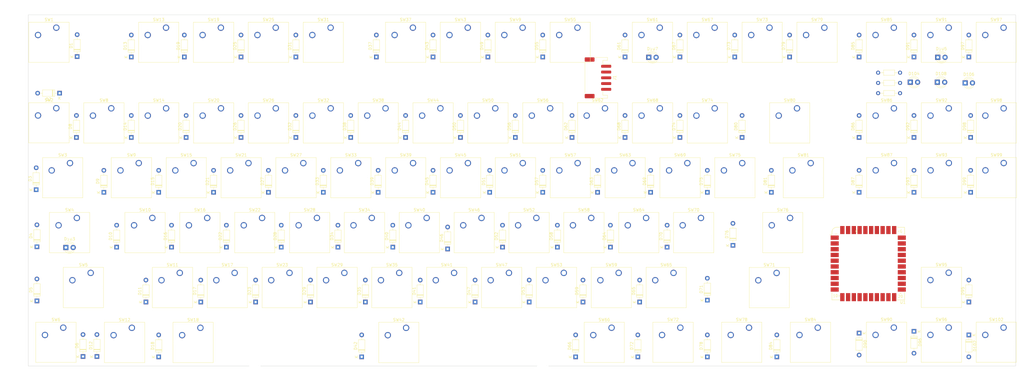
<source format=kicad_pcb>
(kicad_pcb (version 20211014) (generator pcbnew)
  (layers (0 "F.Cu" signal) (31 "B.Cu" signal) (34 "B.Paste" user) (35 "F.Paste" user) (36 "B.SilkS" user "B.Silkscreen") (37 "F.SilkS" user "F.Silkscreen") (38 "B.Mask" user) (39 "F.Mask" user) (44 "Edge.Cuts" user))
  (net 0 "")
  (net 1 "ColA")
  (net 2 "Net-(D1-Pad2)")
  (net 3 "Net-(D2-Pad2)")
  (net 4 "Net-(D3-Pad2)")
  (net 5 "Net-(D4-Pad2)")
  (net 6 "Net-(D5-Pad2)")
  (net 7 "Net-(D6-Pad2)")
  (net 8 "ColB")
  (net 9 "Net-(D8-Pad2)")
  (net 10 "Net-(D9-Pad2)")
  (net 11 "Net-(D10-Pad2)")
  (net 12 "Net-(D11-Pad2)")
  (net 13 "Net-(D12-Pad2)")
  (net 14 "ColC")
  (net 15 "Net-(D13-Pad2)")
  (net 16 "Net-(D14-Pad2)")
  (net 17 "Net-(D15-Pad2)")
  (net 18 "Net-(D16-Pad2)")
  (net 19 "Net-(D17-Pad2)")
  (net 20 "Net-(D18-Pad2)")
  (net 21 "ColD")
  (net 22 "Net-(D19-Pad2)")
  (net 23 "Net-(D20-Pad2)")
  (net 24 "Net-(D21-Pad2)")
  (net 25 "Net-(D22-Pad2)")
  (net 26 "Net-(D23-Pad2)")
  (net 27 "ColE")
  (net 28 "Net-(D25-Pad2)")
  (net 29 "Net-(D26-Pad2)")
  (net 30 "Net-(D27-Pad2)")
  (net 31 "Net-(D28-Pad2)")
  (net 32 "Net-(D29-Pad2)")
  (net 33 "GND")
  (net 34 "Net-(D31-Pad2)")
  (net 35 "Net-(D33-Pad2)")
  (net 36 "Net-(D35-Pad2)")
  (net 37 "ColF")
  (net 38 "Net-(D37-Pad2)")
  (net 39 "Net-(D38-Pad2)")
  (net 40 "Net-(D39-Pad2)")
  (net 41 "Net-(D40-Pad2)")
  (net 42 "Net-(D41-Pad2)")
  (net 43 "Net-(D42-Pad2)")
  (net 44 "ColG")
  (net 45 "Net-(D43-Pad2)")
  (net 46 "Net-(D44-Pad2)")
  (net 47 "Net-(D45-Pad2)")
  (net 48 "Net-(D46-Pad2)")
  (net 49 "Net-(D47-Pad2)")
  (net 50 "ColH")
  (net 51 "Net-(D49-Pad2)")
  (net 52 "Net-(D50-Pad2)")
  (net 53 "Net-(D51-Pad2)")
  (net 54 "Net-(D52-Pad2)")
  (net 55 "Net-(D53-Pad2)")
  (net 56 "ColI")
  (net 57 "Net-(D55-Pad2)")
  (net 58 "Net-(D56-Pad2)")
  (net 59 "Net-(D57-Pad2)")
  (net 60 "Net-(D58-Pad2)")
  (net 61 "Net-(D59-Pad2)")
  (net 62 "ColJ")
  (net 63 "Net-(D61-Pad2)")
  (net 64 "Net-(D62-Pad2)")
  (net 65 "Net-(D63-Pad2)")
  (net 66 "Net-(D64-Pad2)")
  (net 67 "Net-(D65-Pad2)")
  (net 68 "Net-(D66-Pad2)")
  (net 69 "ColK")
  (net 70 "Net-(D67-Pad2)")
  (net 71 "Net-(D68-Pad2)")
  (net 72 "Net-(D69-Pad2)")
  (net 73 "Net-(D70-Pad2)")
  (net 74 "Net-(D71-Pad2)")
  (net 75 "Net-(D72-Pad2)")
  (net 76 "ColL")
  (net 77 "Net-(D73-Pad2)")
  (net 78 "Net-(D74-Pad2)")
  (net 79 "Net-(D75-Pad2)")
  (net 80 "Net-(D76-Pad2)")
  (net 81 "Net-(D78-Pad2)")
  (net 82 "ColM")
  (net 83 "Net-(D79-Pad2)")
  (net 84 "Net-(D80-Pad2)")
  (net 85 "Net-(D81-Pad2)")
  (net 86 "Net-(D84-Pad2)")
  (net 87 "ColN")
  (net 88 "Net-(D85-Pad2)")
  (net 89 "Net-(D86-Pad2)")
  (net 90 "Net-(D87-Pad2)")
  (net 91 "Net-(D102-Pad2)")
  (net 92 "Net-(D90-Pad2)")
  (net 93 "ColO")
  (net 94 "Net-(D91-Pad2)")
  (net 95 "Net-(D92-Pad2)")
  (net 96 "Net-(D93-Pad2)")
  (net 97 "Net-(D95-Pad2)")
  (net 98 "Net-(D96-Pad2)")
  (net 99 "ColP")
  (net 100 "Net-(D97-Pad2)")
  (net 101 "Net-(D98-Pad2)")
  (net 102 "Net-(D99-Pad2)")
  (net 103 "ColQ")
  (net 104 "Net-(D103-Pad2)")
  (net 105 "Net-(D105-Pad2)")
  (net 106 "Net-(D107-Pad2)")
  (net 107 "Net-(J1-Pad1)")
  (net 108 "Net-(J1-Pad2)")
  (net 109 "Net-(J1-Pad3)")
  (net 111 "Net-(R1-Pad1)")
  (net 112 "Net-(R2-Pad1)")
  (net 113 "Net-(R3-Pad1)")
  (net 114 "Row0")
  (net 115 "Row5")
  (net 116 "Row1")
  (net 117 "Row4")
  (net 118 "Row2")
  (net 119 "Row3")
  (net 130 "Net-(D32-Pad2)")
  (net 131 "Net-(D34-Pad2)")
  (footprint "Button_Switch_Keyboard:SW_Cherry_MX_1.25u_PCB" (layer "F.Cu") (at 266.8524 184.8104)
    (fp_text reference "SW72")
    (fp_text value "Key")
  )
  (footprint "Diode_THT:D_DO-35_SOD27_P7.62mm_Horizontal" (layer "F.Cu") (at 76.2 90.805 90)
    (fp_text reference "D13")
    (fp_text value "1N4148")
  )
  (footprint "Diode_THT:D_DO-35_SOD27_P7.62mm_Horizontal" (layer "F.Cu") (at 367.665 137.795 90)
    (fp_text reference "D99")
    (fp_text value "1N4148")
  )
  (footprint "RP2040_Stamp:RP2040_Stamp_SMD" (layer "F.Cu") (at 332.105 162.56)
    (fp_text reference "U1")
    (fp_text value "RP2040_Stamp")
  )
  (footprint "Button_Switch_Keyboard:SW_Cherry_MX_1.00u_PCB" (layer "F.Cu") (at 360.045 80.645)
    (fp_text reference "SW91")
    (fp_text value "Key")
  )
  (footprint "Button_Switch_Keyboard:SW_Cherry_MX_1.25u_PCB" (layer "F.Cu") (at 100.203 184.8612)
    (fp_text reference "SW18")
    (fp_text value "Key")
  )
  (footprint "Diode_THT:D_DO-35_SOD27_P7.62mm_Horizontal" (layer "F.Cu") (at 367.03 187.325 -90)
    (fp_text reference "D102")
    (fp_text value "1N4148")
  )
  (footprint "Button_Switch_Keyboard:SW_Cherry_MX_1.75u_PCB" (layer "F.Cu") (at 57.3024 146.7104)
    (fp_text reference "SW4")
    (fp_text value "Key")
  )
  (footprint "Diode_THT:D_DO-35_SOD27_P7.62mm_Horizontal" (layer "F.Cu") (at 57.15 118.745 90)
    (fp_text reference "D8")
    (fp_text value "1N4148")
  )
  (footprint "Button_Switch_Keyboard:SW_Cherry_MX_1.00u_PCB" (layer "F.Cu") (at 259.7404 108.6358)
    (fp_text reference "SW68")
    (fp_text value "Key")
  )
  (footprint "Button_Switch_Keyboard:SW_Cherry_MX_1.00u_PCB" (layer "F.Cu") (at 178.7652 146.7104)
    (fp_text reference "SW40")
    (fp_text value "Key")
  )
  (footprint "Button_Switch_Keyboard:SW_Cherry_MX_1.00u_PCB" (layer "F.Cu") (at 245.4402 165.7858)
    (fp_text reference "SW59")
    (fp_text value "Key")
  )
  (footprint "Button_Switch_Keyboard:SW_Cherry_MX_1.00u_PCB" (layer "F.Cu") (at 112.0902 165.7858)
    (fp_text reference "SW17")
    (fp_text value "Key")
  )
  (footprint "Diode_THT:D_DO-35_SOD27_P7.62mm_Horizontal" (layer "F.Cu") (at 147.955 156.845 90)
    (fp_text reference "D34")
    (fp_text value "1N4148")
  )
  (footprint "Diode_THT:D_DO-35_SOD27_P7.62mm_Horizontal" (layer "F.Cu") (at 43.434 175.514 90)
    (fp_text reference "D5")
    (fp_text value "1N4148")
  )
  (footprint "Diode_THT:D_DO-35_SOD27_P7.62mm_Horizontal" (layer "F.Cu") (at 138.43 175.895 90)
    (fp_text reference "D29")
    (fp_text value "1N4148")
  )
  (footprint "Diode_THT:D_DO-35_SOD27_P7.62mm_Horizontal" (layer "F.Cu") (at 156.21 194.945 90)
    (fp_text reference "D42")
    (fp_text value "1N4148")
  )
  (footprint "Button_Switch_Keyboard:SW_Cherry_MX_1.00u_PCB" (layer "F.Cu") (at 379.1458 127.635)
    (fp_text reference "SW99")
    (fp_text value "Key")
  )
  (footprint "Button_Switch_Keyboard:SW_Cherry_MX_2.25u_PCB" (layer "F.Cu") (at 62.103 165.7858)
    (fp_text reference "SW5")
    (fp_text value "Key")
  )
  (footprint "Connector_JST:JST_PH_S5B-PH-SM4-TB_1x05-1MP_P2.00mm_Horizontal" (layer "F.Cu") (at 238.252 98.044 -90)
    (fp_text reference "J1")
    (fp_text value "USB Header")
  )
  (footprint "Button_Switch_Keyboard:SW_Cherry_MX_1.00u_PCB" (layer "F.Cu") (at 169.2402 165.7858)
    (fp_text reference "SW35")
    (fp_text value "Key")
  )
  (footprint "Button_Switch_Keyboard:SW_Cherry_MX_1.00u_PCB" (layer "F.Cu") (at 235.9152 146.7104)
    (fp_text reference "SW58")
    (fp_text value "Key")
  )
  (footprint "Button_Switch_Keyboard:SW_Cherry_MX_1.00u_PCB" (layer "F.Cu") (at 126.365 80.645)
    (fp_text reference "SW25")
    (fp_text value "Key")
  )
  (footprint "Diode_THT:D_DO-35_SOD27_P7.62mm_Horizontal" (layer "F.Cu") (at 200.025 90.805 90)
    (fp_text reference "D49")
    (fp_text value "1N4148")
  )
  (footprint "Diode_THT:D_DO-35_SOD27_P7.62mm_Horizontal" (layer "F.Cu") (at 266.7 90.805 90)
    (fp_text reference "D67")
    (fp_text value "1N4148")
  )
  (footprint "Diode_THT:D_DO-35_SOD27_P7.62mm_Horizontal" (layer "F.Cu") (at 85.725 137.795 90)
    (fp_text reference "D15")
    (fp_text value "1N4148")
  )
  (footprint "Button_Switch_Keyboard:SW_Cherry_MX_1.00u_PCB" (layer "F.Cu") (at 197.8152 146.7104)
    (fp_text reference "SW46")
    (fp_text value "Key")
  )
  (footprint "LED_THT:LED_D3.0mm" (layer "F.Cu") (at 346.705 99.568)
    (fp_text reference "D104")
    (fp_text value "CapsTopLED")
  )
  (footprint "Button_Switch_Keyboard:SW_Cherry_MX_1.00u_PCB" (layer "F.Cu") (at 50.165 108.585)
    (fp_text reference "SW2")
    (fp_text value "Key")
  )
  (footprint "Button_Switch_Keyboard:SW_Cherry_MX_1.00u_PCB" (layer "F.Cu") (at 107.315 80.645)
    (fp_text reference "SW19")
    (fp_text value "Key")
  )
  (footprint "Diode_THT:D_DO-35_SOD27_P7.62mm_Horizontal" (layer "F.Cu") (at 123.825 137.795 90)
    (fp_text reference "D27")
    (fp_text value "1N4148")
  )
  (footprint "Button_Switch_Keyboard:SW_Cherry_MX_1.00u_PCB" (layer "F.Cu") (at 93.0402 165.7858)
    (fp_text reference "SW11")
    (fp_text value "Key")
  )
  (footprint "Diode_THT:D_DO-35_SOD27_P7.62mm_Horizontal" (layer "F.Cu") (at 171.45 118.745 90)
    (fp_text reference "D44")
    (fp_text value "1N4148")
  )
  (footprint "Diode_THT:D_DO-35_SOD27_P7.62mm_Horizontal" (layer "F.Cu") (at 128.27 156.845 90)
    (fp_text reference "D28")
    (fp_text value "1N4148")
  )
  (footprint "Button_Switch_Keyboard:SW_Cherry_MX_1.00u_PCB" (layer "F.Cu") (at 288.3408 127.6604)
    (fp_text reference "SW75")
    (fp_text value "Key")
  )
  (footprint "Button_Switch_Keyboard:SW_Cherry_MX_2.00u_PCB" (layer "F.Cu") (at 307.3654 108.6358)
    (fp_text reference "SW80")
    (fp_text value "Key")
  )
  (footprint "Diode_THT:D_DO-35_SOD27_P7.62mm_Horizontal" (layer "F.Cu") (at 176.53 175.895 90)
    (fp_text reference "D41")
    (fp_text value "1N4148")
  )
  (footprint "Diode_THT:D_DO-35_SOD27_P7.62mm_Horizontal" (layer "F.Cu") (at 229.235 118.745 90)
    (fp_text reference "D62")
    (fp_text value "1N4148")
  )
  (footprint "Resistor_THT:R_Axial_DIN0204_L3.6mm_D1.6mm_P7.62mm_Horizontal" (layer "F.Cu") (at 335.534 96.266)
    (fp_text reference "R1" hide)
    (fp_text value "560")
  )
  (footprint "Diode_THT:D_DO-35_SOD27_P7.62mm_Horizontal" (layer "F.Cu") (at 242.57 156.845 90)
    (fp_text reference "D64")
    (fp_text value "1N4148")
  )
  (footprint "Diode_THT:D_DO-35_SOD27_P7.62mm_Horizontal" (layer "F.Cu") (at 252.73 175.895 90)
    (fp_text reference "D65")
    (fp_text value "1N4148")
  )
  (footprint "Diode_THT:D_DO-35_SOD27_P7.62mm_Horizontal" (layer "F.Cu") (at 190.5 118.745 90)
    (fp_text reference "D50")
    (fp_text value "1N4148")
  )
  (footprint "Diode_THT:D_DO-35_SOD27_P7.62mm_Horizontal" (layer "F.Cu") (at 247.65 90.805 90)
    (fp_text reference "D61")
    (fp_text value "1N4148")
  )
  (footprint "Button_Switch_Keyboard:SW_Cherry_MX_1.00u_PCB" (layer "F.Cu") (at 145.4404 108.6358)
    (fp_text reference "SW32")
    (fp_text value "Key")
  )
  (footprint "Diode_THT:D_DO-35_SOD27_P7.62mm_Horizontal" (layer "F.Cu") (at 328.93 186.69 -90)
    (fp_text reference "D90")
    (fp_text value "1N4148")
  )
  (footprint "Button_Switch_Keyboard:SW_Cherry_MX_1.00u_PCB" (layer "F.Cu") (at 135.9408 127.6604)
    (fp_text reference "SW27")
    (fp_text value "Key")
  )
  (footprint "Diode_THT:D_DO-35_SOD27_P7.62mm_Horizontal" (layer "F.Cu") (at 288.29 118.745 90)
    (fp_text reference "D80")
    (fp_text value "1N4148")
  )
  (footprint "Diode_THT:D_DO-35_SOD27_P7.62mm_Horizontal" (layer "F.Cu") (at 298.45 137.795 90)
    (fp_text reference "D81")
    (fp_text value "1N4148")
  )
  (footprint "Diode_THT:D_DO-35_SOD27_P7.62mm_Horizontal" (layer "F.Cu") (at 109.22 156.845 90)
    (fp_text reference "D22")
    (fp_text value "1N4148")
  )
  (footprint "Diode_THT:D_DO-35_SOD27_P7.62mm_Horizontal" (layer "F.Cu") (at 247.65 118.745 90)
    (fp_text reference "D68")
    (fp_text value "1N4148")
  )
  (footprint "Diode_THT:D_DO-35_SOD27_P7.62mm_Horizontal" (layer "F.Cu") (at 133.35 90.805 90)
    (fp_text reference "D31")
    (fp_text value "1N4148")
  )
  (footprint "Button_Switch_Keyboard:SW_Cherry_MX_1.00u_PCB" (layer "F.Cu") (at 240.6904 108.6358)
    (fp_text reference "SW62")
    (fp_text value "Key")
  )
  (footprint "Diode_THT:D_DO-35_SOD27_P7.62mm_Horizontal" (layer "F.Cu") (at 205.105 156.845 90)
    (fp_text reference "D52")
    (fp_text value "1N4148")
  )
  (footprint "Button_Switch_Keyboard:SW_Cherry_MX_2.25u_PCB" (layer "F.Cu") (at 304.9524 146.7104)
    (fp_text reference "SW76")
    (fp_text value "Key")
  )
  (footprint "Diode_THT:D_DO-35_SOD27_P7.62mm_Horizontal" (layer "F.Cu") (at 66.675 137.795 90)
    (fp_text reference "D9")
    (fp_text value "1N4148")
  )
  (footprint "Button_Switch_Keyboard:SW_Cherry_MX_1.00u_PCB" (layer "F.Cu") (at 274.0152 146.7104)
    (fp_text reference "SW70")
    (fp_text value "Key")
  )
  (footprint "Button_Switch_Keyboard:SW_Cherry_MX_1.00u_PCB" (layer "F.Cu") (at 259.715 80.645)
    (fp_text reference "SW61")
    (fp_text value "Key")
  )
  (footprint "Diode_THT:D_DO-35_SOD27_P7.62mm_Horizontal" (layer "F.Cu") (at 161.925 137.795 90)
    (fp_text reference "D39")
    (fp_text value "1N4148")
  )
  (footprint "Diode_THT:D_DO-35_SOD27_P7.62mm_Horizontal" (layer "F.Cu") (at 133.35 118.745 90)
    (fp_text reference "D32")
    (fp_text value "1N4148")
  )
  (footprint "Button_Switch_Keyboard:SW_Cherry_MX_1.00u_PCB" (layer "F.Cu") (at 360.045 184.785)
    (fp_text reference "SW96")
    (fp_text value "Key")
  )
  (footprint "Button_Switch_Keyboard:SW_Cherry_MX_1.00u_PCB" (layer "F.Cu") (at 340.995 184.785)
    (fp_text reference "SW90")
    (fp_text value "Key")
  )
  (footprint "Diode_THT:D_DO-35_SOD27_P7.62mm_Horizontal" (layer "F.Cu") (at 167.005 156.845 90)
    (fp_text reference "D40")
    (fp_text value "1N4148")
  )
  (footprint "Button_Switch_Keyboard:SW_Cherry_MX_1.25u_PCB" (layer "F.Cu") (at 52.578 184.8104)
    (fp_text reference "SW6")
    (fp_text value "Key")
  )
  (footprint "Button_Switch_Keyboard:SW_Cherry_MX_1.00u_PCB" (layer "F.Cu") (at 50.165 80.645)
    (fp_text reference "SW1")
    (fp_text value "Key")
  )
  (footprint "Diode_THT:D_DO-35_SOD27_P7.62mm_Horizontal" (layer "F.Cu") (at 85.725 194.945 90)
    (fp_text reference "D18")
    (fp_text value "1N4148")
  )
  (footprint "Diode_THT:D_DO-35_SOD27_P7.62mm_Horizontal" (layer "F.Cu") (at 233.045 175.895 90)
    (fp_text reference "D59")
    (fp_text value "1N4148")
  )
  (footprint "Diode_THT:D_DO-35_SOD27_P7.62mm_Horizontal" (layer "F.Cu") (at 252.095 194.945 90)
    (fp_text reference "D72")
    (fp_text value "1N4148")
  )
  (footprint "Button_Switch_Keyboard:SW_Cherry_MX_1.00u_PCB" (layer "F.Cu") (at 250.2408 127.6604)
    (fp_text reference "SW63")
    (fp_text value "Key")
  )
  (footprint "Button_Switch_Keyboard:SW_Cherry_MX_1.00u_PCB" (layer "F.Cu") (at 216.8652 146.7104)
    (fp_text reference "SW52")
    (fp_text value "Key")
  )
  (footprint "Diode_THT:D_DO-35_SOD27_P7.62mm_Horizontal" (layer "F.Cu") (at 367.03 90.805 90)
    (fp_text reference "D97")
    (fp_text value "1N4148")
  )
  (footprint "Diode_THT:D_DO-35_SOD27_P7.62mm_Horizontal" (layer "F.Cu") (at 180.975 137.795 90)
    (fp_text reference "D45")
    (fp_text value "1N4148")
  )
  (footprint "Resistor_THT:R_Axial_DIN0204_L3.6mm_D1.6mm_P7.62mm_Horizontal" (layer "F.Cu") (at 335.534 103.378)
    (fp_text reference "R3" hide)
    (fp_text value "560")
  )
  (footprint "Button_Switch_Keyboard:SW_Cherry_MX_1.00u_PCB" (layer "F.Cu") (at 360.045 165.735)
    (fp_text reference "SW95")
    (fp_text value "Key")
  )
  (footprint "Button_Switch_Keyboard:SW_Cherry_MX_1.00u_PCB" (layer "F.Cu") (at 193.0908 127.6604)
    (fp_text reference "SW45")
    (fp_text value "Key")
  )
  (footprint "Diode_THT:D_DO-35_SOD27_P7.62mm_Horizontal" (layer "F.Cu") (at 51.308 103.378 180)
    (fp_text reference "D2")
    (fp_text value "1N4148")
  )
  (footprint "Diode_THT:D_DO-35_SOD27_P7.62mm_Horizontal" (layer "F.Cu") (at 347.98 118.745 90)
    (fp_text reference "D92")
    (fp_text value "1N4148")
  )
  (footprint "Diode_THT:D_DO-35_SOD27_P7.62mm_Horizontal" (layer "F.Cu") (at 95.25 118.745 90)
    (fp_text reference "D20")
    (fp_text value "1N4148")
  )
  (footprint "Button_Switch_Keyboard:SW_Cherry_MX_1.00u_PCB" (layer "F.Cu") (at 254.9652 146.7104)
    (fp_text reference "SW64")
    (fp_text value "Key")
  )
  (footprint "LED_THT:LED_D3.0mm" (layer "F.Cu") (at 53.4874 156.972)
    (fp_text reference "D103")
    (fp_text value "CapsKeyLED")
  )
  (footprint "Button_Switch_Keyboard:SW_Cherry_MX_1.00u_PCB" (layer "F.Cu") (at 188.2902 165.7858)
    (fp_text reference "SW41")
    (fp_text value "Key")
  )
  (footprint "Button_Switch_Keyboard:SW_Cherry_MX_1.00u_PCB" (layer "F.Cu") (at 269.2908 127.6604)
    (fp_text reference "SW69")
    (fp_text value "Key")
  )
  (footprint "Button_Switch_Keyboard:SW_Cherry_MX_1.00u_PCB" (layer "F.Cu") (at 226.3902 165.7858)
    (fp_text reference "SW53")
    (fp_text value "Key")
  )
  (footprint "Button_Switch_Keyboard:SW_Cherry_MX_1.25u_PCB" (layer "F.Cu") (at 290.703 184.8104)
    (fp_text reference "SW78")
    (fp_text value "Key")
  )
  (footprint "Diode_THT:D_DO-35_SOD27_P7.62mm_Horizontal" (layer "F.Cu") (at 256.54 137.795 90)
    (fp_text reference "D69")
    (fp_text value "1N4148")
  )
  (footprint "Diode_THT:D_DO-35_SOD27_P7.62mm_Horizontal" (layer "F.Cu") (at 195.58 175.895 90)
    (fp_text reference "D47")
    (fp_text value "1N4148")
  )
  (footprint "Button_Switch_Keyboard:SW_Cherry_MX_1.00u_PCB" (layer "F.Cu") (at 316.865 80.645)
    (fp_text reference "SW79")
    (fp_text value "Key")
  )
  (footprint "Button_Switch_Keyboard:SW_Cherry_MX_1.00u_PCB" (layer "F.Cu") (at 126.3904 108.6358)
    (fp_text reference "SW26")
    (fp_text value "Key")
  )
  (footprint "Button_Switch_Keyboard:SW_Cherry_MX_1.00u_PCB" (layer "F.Cu") (at 116.8908 127.6604)
    (fp_text reference "SW21")
    (fp_text value "Key")
  )
  (footprint "Button_Switch_Keyboard:SW_Cherry_MX_1.00u_PCB" (layer "F.Cu") (at 221.6404 108.6358)
    (fp_text reference "SW56")
    (fp_text value "Key")
  )
  (footprint "Diode_THT:D_DO-35_SOD27_P7.62mm_Horizontal" (layer "F.Cu") (at 224.155 156.845 90)
    (fp_text reference "D58")
    (fp_text value "1N4148")
  )
  (footprint "Diode_THT:D_DO-35_SOD27_P7.62mm_Horizontal" (layer "F.Cu") (at 119.38 175.895 90)
    (fp_text reference "D23")
    (fp_text value "1N4148")
  )
  (footprint "LED_THT:LED_D3.0mm" (layer "F.Cu") (at 365.755 99.822)
    (fp_text reference "D106")
    (fp_text value "ScrollTopLED")
  )
  (footprint "Diode_THT:D_DO-35_SOD27_P7.62mm_Horizontal" (layer "F.Cu") (at 142.875 137.795 90)
    (fp_text reference "D33")
    (fp_text value "1N4148")
  )
  (footprint "Diode_THT:D_DO-35_SOD27_P7.62mm_Horizontal" (layer "F.Cu") (at 347.98 186.055 -90)
    (fp_text reference "D96")
    (fp_text value "1N4148")
  )
  (footprint "Diode_THT:D_DO-35_SOD27_P7.62mm_Horizontal" (layer "F.Cu") (at 328.93 118.745 90)
    (fp_text reference "D86")
    (fp_text value "1N4148")
  )
  (footprint "Button_Switch_Keyboard:SW_Cherry_MX_1.25u_PCB" (layer "F.Cu") (at 242.9764 184.8358)
    (fp_text reference "SW66")
    (fp_text value "Key")
  )
  (footprint "Diode_THT:D_DO-35_SOD27_P7.62mm_Horizontal" (layer "F.Cu") (at 90.17 156.845 90)
    (fp_text reference "D16")
    (fp_text value "1N4148")
  )
  (footprint "Button_Switch_Keyboard:SW_Cherry_MX_1.00u_PCB" (layer "F.Cu") (at 340.995 80.645)
    (fp_text reference "SW85")
    (fp_text value "Key")
  )
  (footprint "Diode_THT:D_DO-35_SOD27_P7.62mm_Horizontal" (layer "F.Cu") (at 43.18 136.906 90)
    (fp_text reference "D3")
    (fp_text value "1N4148")
  )
  (footprint "Diode_THT:D_DO-35_SOD27_P7.62mm_Horizontal" (layer "F.Cu") (at 285.115 156.21 90)
    (fp_text reference "D76")
    (fp_text value "1N4148")
  )
  (footprint "Diode_THT:D_DO-35_SOD27_P7.62mm_Horizontal" (layer "F.Cu") (at 328.93 90.805 90)
    (fp_text reference "D85")
    (fp_text value "1N4148")
  )
  (footprint "Diode_THT:D_DO-35_SOD27_P7.62mm_Horizontal" (layer "F.Cu") (at 266.7 118.745 90)
    (fp_text reference "D74")
    (fp_text value "1N4148")
  )
  (footprint "Diode_THT:D_DO-35_SOD27_P7.62mm_Horizontal" (layer "F.Cu") (at 114.3 90.805 90)
    (fp_text reference "D25")
    (fp_text value "1N4148")
  )
  (footprint "Diode_THT:D_DO-35_SOD27_P7.62mm_Horizontal" (layer "F.Cu") (at 347.98 137.795 90)
    (fp_text reference "D93")
    (fp_text value "1N4148")
  )
  (footprint "Button_Switch_Keyboard:SW_Cherry_MX_1.00u_PCB" (layer "F.Cu") (at 297.815 80.645)
    (fp_text reference "SW73")
    (fp_text value "Key")
  )
  (footprint "Button_Switch_Keyboard:SW_Cherry_MX_1.00u_PCB" (layer "F.Cu") (at 107.3404 108.6358)
    (fp_text reference "SW20")
    (fp_text value "Key")
  )
  (footprint "Diode_THT:D_DO-35_SOD27_P7.62mm_Horizontal" (layer "F.Cu") (at 214.376 175.895 90)
    (fp_text reference "D53")
    (fp_text value "1N4148")
  )
  (footprint "Button_Switch_Keyboard:SW_Cherry_MX_1.00u_PCB" (layer "F.Cu") (at 193.04 80.645)
    (fp_text reference "SW43")
    (fp_text value "Key")
  )
  (footprint "Diode_THT:D_DO-35_SOD27_P7.62mm_Horizontal" (layer "F.Cu") (at 161.29 90.805 90)
    (fp_text reference "D37")
    (fp_text value "1N4148")
  )
  (footprint "Button_Switch_Keyboard:SW_Cherry_MX_1.00u_PCB" (layer "F.Cu") (at 150.1902 165.7858)
    (fp_text reference "SW29")
    (fp_text value "Key")
  )
  (footprint "Diode_THT:D_DO-35_SOD27_P7.62mm_Horizontal" (layer "F.Cu") (at 347.98 90.805 90)
    (fp_text reference "D91")
    (fp_text value "1N4148")
  )
  (footprint "Diode_THT:D_DO-35_SOD27_P7.62mm_Horizontal" (layer "F.Cu") (at 64.262 194.818 90)
    (fp_text reference "D12")
    (fp_text value "1N4148")
  )
  (footprint "Diode_THT:D_DO-35_SOD27_P7.62mm_Horizontal" (layer "F.Cu") (at 157.48 175.895 90)
    (fp_text reference "D35")
    (fp_text value "1N4148")
  )
  (footprint "Diode_THT:D_DO-35_SOD27_P7.62mm_Horizontal" (layer "F.Cu") (at 100.33 175.895 90)
    (fp_text reference "D17")
    (fp_text value "1N4148")
  )
  (footprint "Diode_THT:D_DO-35_SOD27_P7.62mm_Horizontal" (layer "F.Cu") (at 328.93 137.795 90)
    (fp_text reference "D87")
    (fp_text value "1N4148")
  )
  (footprint "Diode_THT:D_DO-35_SOD27_P7.62mm_Horizontal" (layer "F.Cu") (at 219.075 90.805 90)
    (fp_text reference "D55")
    (fp_text value "1N4148")
  )
  (footprint "Resistor_THT:R_Axial_DIN0204_L3.6mm_D1.6mm_P7.62mm_Horizontal" (layer "F.Cu") (at 335.534 99.822)
    (fp_text reference "R2" hide)
    (fp_text value "560")
  )
  (footprint "Button_Switch_Keyboard:SW_Cherry_MX_1.00u_PCB" (layer "F.Cu") (at 145.415 80.645)
    (fp_text reference "SW31")
    (fp_text value "Key")
  )
  (footprint "Diode_THT:D_DO-35_SOD27_P7.62mm_Horizontal" (layer "F.Cu") (at 230.505 194.945 90)
    (fp_text reference "D66")
    (fp_text value "1N4148")
  )
  (footprint "Button_Switch_Keyboard:SW_Cherry_MX_1.00u_PCB" (layer "F.Cu") (at 278.7904 108.6358)
    (fp_text reference "SW74")
    (fp_text value "Key")
  )
  (footprint "Button_Switch_Keyboard:SW_Cherry_MX_1.50u_PCB" (layer "F.Cu") (at 54.9148 127.6604)
    (fp_text reference "SW3")
    (fp_text value "Key")
  )
  (footprint "Diode_THT:D_DO-35_SOD27_P7.62mm_Horizontal" (layer "F.Cu") (at 57.404 90.678 90)
    (fp_text reference "D1")
    (fp_text value "1N4148")
  )
  (footprint "Button_Switch_Keyboard:SW_Cherry_MX_1.00u_PCB" (layer "F.Cu") (at 341.0458 127.635)
    (fp_text reference "SW87")
    (fp_text value "Key")
  )
  (footprint "Button_Switch_Keyboard:SW_Cherry_MX_1.00u_PCB" (layer "F.Cu") (at 131.1402 165.7858)
    (fp_text reference "SW23")
    (fp_text value "Key")
  )
  (footprint "Button_Switch_Keyboard:SW_Cherry_MX_1.00u_PCB" (layer "F.Cu") (at 379.1204 108.6358)
    (fp_text reference "SW98")
    (fp_text value "Key")
  )
  (footprint "Button_Switch_Keyboard:SW_Cherry_MX_1.00u_PCB" (layer "F.Cu") (at 183.5404 108.6358)
    (fp_text reference "SW44")
    (fp_text value "Key")
  )
  (footprint "Diode_THT:D_DO-35_SOD27_P7.62mm_Horizontal" (layer "F.Cu") (at 180.975 90.805 90)
    (fp_text reference "D43")
    (fp_text value "1N4148")
  )
  (footprint "Button_Switch_Keyboard:SW_Cherry_MX_1.00u_PCB" (layer "F.Cu") (at 341.0204 108.6358)
    (fp_text reference "SW86")
    (fp_text value "Key")
  )
  (footprint "Button_Switch_Keyboard:SW_Cherry_MX_1.00u_PCB" (layer "F.Cu") (at 212.1408 127.6604)
    (fp_text reference "SW51")
    (fp_text value "Key")
  )
  (footprint "Diode_THT:D_DO-35_SOD27_P7.62mm_Horizontal" (layer "F.Cu") (at 94.615 90.805 90)
    (fp_text reference "D19")
    (fp_text value "1N4148")
  )
  (footprint "Button_Switch_Keyboard:SW_Cherry_MX_1.00u_PCB" (layer "F.Cu") (at 88.2904 108.6358)
    (fp_text reference "SW14")
    (fp_text value "Key")
  )
  (footprint "Button_Switch_Keyboard:SW_Cherry_MX_1.25u_PCB" (layer "F.Cu") (at 314.579 184.8104)
    (fp_text reference "SW84")
    (fp_text value "Key")
  )
  (footprint "Button_Switch_Keyboard:SW_Cherry_MX_1.00u_PCB" (layer "F.Cu") (at 264.4902 165.7858)
    (fp_text reference "SW65")
    (fp_text value "Key")
  )
  (footprint "Diode_THT:D_DO-35_SOD27_P7.62mm_Horizontal" (layer "F.Cu") (at 262.255 156.845 90)
    (fp_text reference "D70")
    (fp_text value "1N4148")
  )
  (footprint "Button_Switch_Keyboard:SW_Cherry_MX_1.00u_PCB" (layer "F.Cu") (at 379.095 80.645)
    (fp_text reference "SW97")
    (fp_text value "Key")
  )
  (footprint "Button_Switch_Keyboard:SW_Cherry_MX_1.00u_PCB" (layer "F.Cu") (at 164.4904 108.6358)
    (fp_text reference "SW38")
    (fp_text value "Key")
  )
  (footprint "Diode_THT:D_DO-35_SOD27_P7.62mm_Horizontal" (layer "F.Cu") (at 81.28 175.895 90)
    (fp_text reference "D11")
    (fp_text value "1N4148")
  )
  (footprint "Button_Switch_Keyboard:SW_Cherry_MX_1.00u_PCB" (layer "F.Cu") (at 379.095 184.785)
    (fp_text reference "SW102")
    (fp_text value "Key")
  )
  (footprint "Button_Switch_Keyboard:SW_Cherry_MX_1.00u_PCB" (layer "F.Cu") (at 159.7152 146.7104)
    (fp_text reference "SW34")
    (fp_text value "Key")
  )
  (footprint "Button_Switch_Keyboard:SW_Cherry_MX_1.00u_PCB" (layer "F.Cu") (at 173.99 80.645)
    (fp_text reference "SW37")
    (fp_text value "Key")
  )
  (footprint "Button_Switch_Keyboard:SW_Cherry_MX_6.25u_PCB" (layer "F.Cu") (at 171.6278 184.8714)
    (fp_text reference "SW42")
    (fp_text value "Key")
  )
  (footprint "Diode_THT:D_DO-35_SOD27_P7.62mm_Horizontal" (layer "F.Cu") (at 76.2 118.745 90)
    (fp_text reference "D14")
    (fp_text value "1N4148")
  )
  (footprint "Diode_THT:D_DO-35_SOD27_P7.62mm_Horizontal" (layer "F.Cu") (at 71.12 156.845 90)
    (fp_text reference "D10")
    (fp_text value "1N4148")
  )
  (footprint "Button_Switch_Keyboard:SW_Cherry_MX_1.00u_PCB" (layer "F.Cu") (at 154.9908 127.6604)
    (fp_text reference "SW33")
    (fp_text value "Key")
  )
  (footprint "Button_Switch_Keyboard:SW_Cherry_MX_1.00u_PCB" (layer "F.Cu") (at 69.2404 108.6358)
    (fp_text reference "SW8")
    (fp_text value "Key")
  )
  (footprint "Diode_THT:D_DO-35_SOD27_P7.62mm_Horizontal" (layer "F.Cu") (at 367.665 118.745 90)
    (fp_text reference "D98")
    (fp_text value "1N4148")
  )
  (footprint "Button_Switch_Keyboard:SW_Cherry_MX_1.00u_PCB" (layer "F.Cu") (at 102.5652 146.7104)
    (fp_text reference "SW16")
    (fp_text value "Key")
  )
  (footprint "Button_Switch_Keyboard:SW_Cherry_MX_1.00u_PCB" (layer "F.Cu") (at 207.3402 165.7858)
    (fp_text reference "SW47")
    (fp_text value "Key")
  )
  (footprint "Diode_THT:D_DO-35_SOD27_P7.62mm_Horizontal" (layer "F.Cu") (at 285.75 90.805 90)
    (fp_text reference "D73")
    (fp_text value "1N4148")
  )
  (footprint "Button_Switch_Keyboard:SW_Cherry_MX_1.00u_PCB" (layer "F.Cu") (at 88.265 80.645)
    (fp_text reference "SW13")
    (fp_text value "Key")
  )
  (footprint "Diode_THT:D_DO-35_SOD27_P7.62mm_Horizontal" (layer "F.Cu") (at 300.355 194.945 90)
    (fp_text reference "D84")
    (fp_text value "1N4148")
  )
  (footprint "LED_THT:LED_D3.0mm" (layer "F.Cu") (at 356.23 90.932)
    (fp_text reference "D105")
    (fp_text value "ScrollKeyLED")
  )
  (footprint "Diode_THT:D_DO-35_SOD27_P7.62mm_Horizontal" (layer "F.Cu") (at 219.075 137.795 90)
    (fp_text reference "D57")
    (fp_text value "1N4148")
  )
  (footprint "Diode_THT:D_DO-35_SOD27_P7.62mm_Horizontal" (layer "F.Cu") (at 367.03 175.895 90)
    (fp_text reference "D95")
    (fp_text value "1N4148")
  )
  (footprint "Button_Switch_Keyboard:SW_Cherry_MX_1.00u_PCB" (layer "F.Cu") (at 202.5904 108.6358)
    (fp_text reference "SW50")
    (fp_text value "Key")
  )
  (footprint "Diode_THT:D_DO-35_SOD27_P7.62mm_Horizontal" (layer "F.Cu") (at 186.055 157.48 90)
    (fp_text reference "D46")
    (fp_text value "1N4148")
  )
  (footprint "Diode_THT:D_DO-35_SOD27_P7.62mm_Horizontal" (layer "F.Cu") (at 152.4 118.745 90)
    (fp_text reference "D38")
    (fp_text value "1N4148")
  )
  (footprint "Button_Switch_Keyboard:SW_Cherry_MX_2.75u_PCB" (layer "F.Cu") (at 300.2788 165.8112)
    (fp_text reference "SW71")
    (fp_text value "Key")
  )
  (footprint "Diode_THT:D_DO-35_SOD27_P7.62mm_Horizontal" (layer "F.Cu") (at 276.225 175.26 90)
    (fp_text reference "D71")
    (fp_text value "1N4148")
  )
  (footprint "Button_Switch_Keyboard:SW_Cherry_MX_1.00u_PCB" (layer "F.Cu") (at 278.765 80.645)
    (fp_text reference "SW67")
    (fp_text value "Key")
  )
  (footprint "Button_Switch_Keyboard:SW_Cherry_MX_1.00u_PCB" (layer "F.Cu") (at 97.8408 127.6604)
    (fp_text reference "SW15")
    (fp_text value "Key")
  )
  (footprint "Diode_THT:D_DO-35_SOD27_P7.62mm_Horizontal" (layer "F.Cu") (at 59.436 194.818 90)
    (fp_text reference "D6")
    (fp_text value "1N4148")
  )
  (footprint "Diode_THT:D_DO-35_SOD27_P7.62mm_Horizontal" (layer "F.Cu") (at 209.55 118.745 90)
    (fp_text reference "D56")
    (fp_text value "1N4148")
  )
  (footprint "Button_Switch_Keyboard:SW_Cherry_MX_1.00u_PCB" (layer "F.Cu") (at 83.5152 146.7104)
    (fp_text reference "SW10")
    (fp_text value "Key")
  )
  (footprint "Button_Switch_Keyboard:SW_Cherry_MX_1.00u_PCB" (layer "F.Cu") (at 231.14 80.645)
    (fp_text reference "SW55")
    (fp_text value "Key")
  )
  (footprint "Diode_THT:D_DO-35_SOD27_P7.62mm_Horizontal" (layer "F.Cu") (at 238.125 137.795 90)
    (fp_text reference "D63")
    (fp_text value "1N4148")
  )
  (footprint "Button_Switch_Keyboard:SW_Cherry_MX_1.00u_PCB" (layer "F.Cu") (at 140.6652 146.7104)
    (fp_text reference "SW28")
    (fp_text value "Key")
  )
  (footprint "Button_Switch_Keyboard:SW_Cherry_MX_1.25u_PCB" (layer "F.Cu") (at 76.4032 184.8612)
    (fp_text reference "SW12")
    (fp_text value "Key")
  )
  (footprint "LED_THT:LED_D3.0mm" (layer "F.Cu") (at 255.9 90.932)
    (fp_text reference "D107")
    (fp_text value "FnKeyLED")
  )
  (footprint "Button_Switch_Keyboard:SW_Cherry_MX_1.00u_PCB" (layer "F.Cu") (at 360.0704 108.6358)
    (fp_text reference "SW92")
    (fp_text value "Key")
  )
  (footprint "Button_Switch_Keyboard:SW_Cherry_MX_1.00u_PCB" (layer "F.Cu") (at 78.7908 127.6604)
    (fp_text reference "SW9")
    (fp_text value "Key")
  )
  (footprint "Button_Switch_Keyboard:SW_Cherry_MX_1.00u_PCB" (layer "F.Cu") (at 231.1908 127.6604)
    (fp_text reference "SW57")
    (fp_text value "Key")
  )
  (footprint "Button_Switch_Keyboard:SW_Cherry_MX_1.00u_PCB" (layer "F.Cu") (at 212.09 80.645)
    (fp_text reference "SW49")
    (fp_text value "Key")
  )
  (footprint "Diode_THT:D_DO-35_SOD27_P7.62mm_Horizontal" (layer "F.Cu") (at 200.66 137.795 90)
    (fp_text reference "D51")
    (fp_text value "1N4148")
  )
  (footprint "Diode_THT:D_DO-35_SOD27_P7.62mm_Horizontal" (layer "F.Cu") (at 304.8 90.805 90)
    (fp_text reference "D79")
    (fp_text value "1N4148")
  )
  (footprint "Button_Switch_Keyboard:SW_Cherry_MX_1.00u_PCB" (layer "F.Cu") (at 121.6152 146.7104)
    (fp_text reference "SW22")
    (fp_text value "Key")
  )
  (footprint "Button_Switch_Keyboard:SW_Cherry_MX_1.00u_PCB" (layer "F.Cu") (at 360.0958 127.635)
    (fp_text reference "SW93")
    (fp_text value "Key")
  )
  (footprint "LED_THT:LED_D3.0mm" (layer "F.Cu") (at 356.103 99.568)
    (fp_text reference "D108")
    (fp_text value "FnTopLED")
  )
  (footprint "Diode_THT:D_DO-35_SOD27_P7.62mm_Horizontal" (layer "F.Cu") (at 276.225 194.945 90)
    (fp_text reference "D78")
    (fp_text value "1N4148")
  )
  (footprint "Button_Switch_Keyboard:SW_Cherry_MX_1.00u_PCB" (layer "F.Cu") (at 174.0408 127.6604)
    (fp_text reference "SW39")
    (fp_text value "Key")
  )
  (footprint "Diode_THT:D_DO-35_SOD27_P7.62mm_Horizontal" (layer "F.Cu") (at 43.434 156.718 90)
    (fp_text reference "D4")
    (fp_text value "1N4148")
  )
  (footprint "Diode_THT:D_DO-35_SOD27_P7.62mm_Horizontal" (layer "F.Cu") (at 114.3 118.745 90)
    (fp_text reference "D26")
    (fp_text value "1N4148")
  )
  (footprint "Diode_THT:D_DO-35_SOD27_P7.62mm_Horizontal" (layer "F.Cu") (at 104.775 137.795 90)
    (fp_text reference "D21")
    (fp_text value "1N4148")
  )
  (footprint "Diode_THT:D_DO-35_SOD27_P7.62mm_Horizontal" (layer "F.Cu") (at 276.225 137.795 90)
    (fp_text reference "D75")
    (fp_text value "1N4148")
  )
  (footprint "Button_Switch_Keyboard:SW_Cherry_MX_1.50u_PCB" (layer "F.Cu") (at 312.1152 127.6604)
    (fp_text reference "SW81")
    (fp_text value "Key")
  )
  (gr_rect (start 40.386 76.2) (end 383.286 198.12) (layer "Edge.Cuts") (width 0.1) (fill none))
)
</source>
